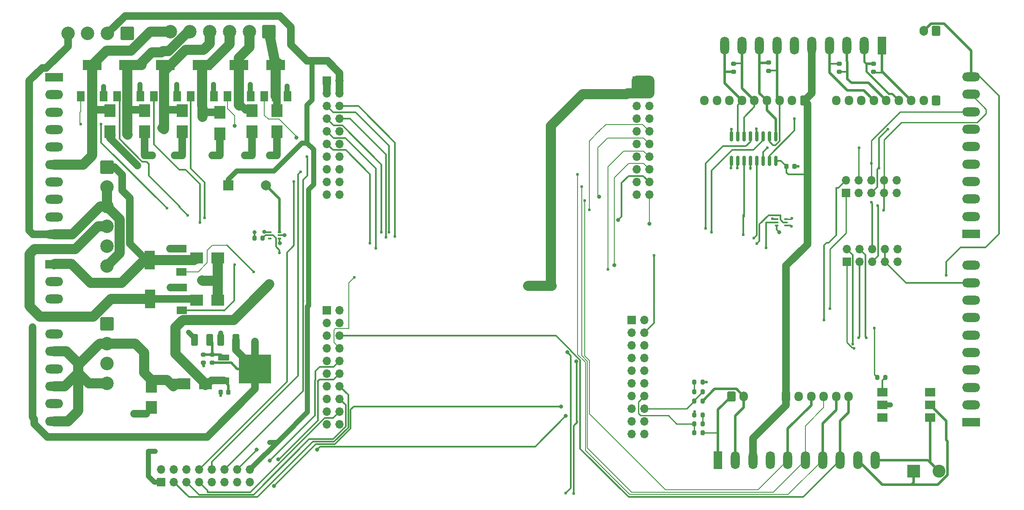
<source format=gbr>
%TF.GenerationSoftware,KiCad,Pcbnew,6.0.8-f2edbf62ab~116~ubuntu20.04.1*%
%TF.CreationDate,2022-12-03T19:21:23+01:00*%
%TF.ProjectId,shield_chm36VA,73686965-6c64-45f6-9368-6d333656412e,rev?*%
%TF.SameCoordinates,Original*%
%TF.FileFunction,Copper,L1,Top*%
%TF.FilePolarity,Positive*%
%FSLAX46Y46*%
G04 Gerber Fmt 4.6, Leading zero omitted, Abs format (unit mm)*
G04 Created by KiCad (PCBNEW 6.0.8-f2edbf62ab~116~ubuntu20.04.1) date 2022-12-03 19:21:23*
%MOMM*%
%LPD*%
G01*
G04 APERTURE LIST*
G04 Aperture macros list*
%AMRoundRect*
0 Rectangle with rounded corners*
0 $1 Rounding radius*
0 $2 $3 $4 $5 $6 $7 $8 $9 X,Y pos of 4 corners*
0 Add a 4 corners polygon primitive as box body*
4,1,4,$2,$3,$4,$5,$6,$7,$8,$9,$2,$3,0*
0 Add four circle primitives for the rounded corners*
1,1,$1+$1,$2,$3*
1,1,$1+$1,$4,$5*
1,1,$1+$1,$6,$7*
1,1,$1+$1,$8,$9*
0 Add four rect primitives between the rounded corners*
20,1,$1+$1,$2,$3,$4,$5,0*
20,1,$1+$1,$4,$5,$6,$7,0*
20,1,$1+$1,$6,$7,$8,$9,0*
20,1,$1+$1,$8,$9,$2,$3,0*%
G04 Aperture macros list end*
%TA.AperFunction,ComponentPad*%
%ADD10R,2.000000X2.000000*%
%TD*%
%TA.AperFunction,ComponentPad*%
%ADD11C,2.000000*%
%TD*%
%TA.AperFunction,SMDPad,CuDef*%
%ADD12R,2.500000X2.300000*%
%TD*%
%TA.AperFunction,SMDPad,CuDef*%
%ADD13RoundRect,0.200000X0.200000X0.275000X-0.200000X0.275000X-0.200000X-0.275000X0.200000X-0.275000X0*%
%TD*%
%TA.AperFunction,SMDPad,CuDef*%
%ADD14R,2.200000X1.200000*%
%TD*%
%TA.AperFunction,SMDPad,CuDef*%
%ADD15R,6.400000X5.800000*%
%TD*%
%TA.AperFunction,ComponentPad*%
%ADD16R,1.700000X1.700000*%
%TD*%
%TA.AperFunction,ComponentPad*%
%ADD17O,1.700000X1.700000*%
%TD*%
%TA.AperFunction,ComponentPad*%
%ADD18RoundRect,0.250000X0.600000X0.750000X-0.600000X0.750000X-0.600000X-0.750000X0.600000X-0.750000X0*%
%TD*%
%TA.AperFunction,ComponentPad*%
%ADD19O,1.700000X2.000000*%
%TD*%
%TA.AperFunction,ComponentPad*%
%ADD20RoundRect,0.250000X-0.600000X-0.750000X0.600000X-0.750000X0.600000X0.750000X-0.600000X0.750000X0*%
%TD*%
%TA.AperFunction,ComponentPad*%
%ADD21R,3.600000X1.800000*%
%TD*%
%TA.AperFunction,ComponentPad*%
%ADD22O,3.600000X1.800000*%
%TD*%
%TA.AperFunction,SMDPad,CuDef*%
%ADD23RoundRect,0.200000X0.275000X-0.200000X0.275000X0.200000X-0.275000X0.200000X-0.275000X-0.200000X0*%
%TD*%
%TA.AperFunction,SMDPad,CuDef*%
%ADD24RoundRect,0.250000X0.412500X0.925000X-0.412500X0.925000X-0.412500X-0.925000X0.412500X-0.925000X0*%
%TD*%
%TA.AperFunction,SMDPad,CuDef*%
%ADD25R,0.650000X0.400000*%
%TD*%
%TA.AperFunction,SMDPad,CuDef*%
%ADD26RoundRect,0.150000X-0.150000X0.825000X-0.150000X-0.825000X0.150000X-0.825000X0.150000X0.825000X0*%
%TD*%
%TA.AperFunction,SMDPad,CuDef*%
%ADD27R,2.300000X2.500000*%
%TD*%
%TA.AperFunction,SMDPad,CuDef*%
%ADD28RoundRect,0.200000X-0.200000X-0.275000X0.200000X-0.275000X0.200000X0.275000X-0.200000X0.275000X0*%
%TD*%
%TA.AperFunction,ComponentPad*%
%ADD29RoundRect,0.250001X-1.099999X1.099999X-1.099999X-1.099999X1.099999X-1.099999X1.099999X1.099999X0*%
%TD*%
%TA.AperFunction,ComponentPad*%
%ADD30C,2.700000*%
%TD*%
%TA.AperFunction,ComponentPad*%
%ADD31R,1.800000X3.600000*%
%TD*%
%TA.AperFunction,ComponentPad*%
%ADD32O,1.800000X3.600000*%
%TD*%
%TA.AperFunction,SMDPad,CuDef*%
%ADD33RoundRect,0.225000X-0.225000X-0.250000X0.225000X-0.250000X0.225000X0.250000X-0.225000X0.250000X0*%
%TD*%
%TA.AperFunction,SMDPad,CuDef*%
%ADD34R,1.500000X2.000000*%
%TD*%
%TA.AperFunction,SMDPad,CuDef*%
%ADD35R,3.800000X2.000000*%
%TD*%
%TA.AperFunction,ComponentPad*%
%ADD36RoundRect,0.250000X0.600000X0.725000X-0.600000X0.725000X-0.600000X-0.725000X0.600000X-0.725000X0*%
%TD*%
%TA.AperFunction,ComponentPad*%
%ADD37O,1.700000X1.950000*%
%TD*%
%TA.AperFunction,SMDPad,CuDef*%
%ADD38R,2.000000X1.780000*%
%TD*%
%TA.AperFunction,ComponentPad*%
%ADD39RoundRect,0.250001X1.099999X1.099999X-1.099999X1.099999X-1.099999X-1.099999X1.099999X-1.099999X0*%
%TD*%
%TA.AperFunction,ComponentPad*%
%ADD40RoundRect,0.250000X-0.600000X-0.725000X0.600000X-0.725000X0.600000X0.725000X-0.600000X0.725000X0*%
%TD*%
%TA.AperFunction,SMDPad,CuDef*%
%ADD41R,2.000000X1.500000*%
%TD*%
%TA.AperFunction,SMDPad,CuDef*%
%ADD42R,2.000000X3.800000*%
%TD*%
%TA.AperFunction,SMDPad,CuDef*%
%ADD43RoundRect,0.200000X-0.275000X0.200000X-0.275000X-0.200000X0.275000X-0.200000X0.275000X0.200000X0*%
%TD*%
%TA.AperFunction,ComponentPad*%
%ADD44R,2.600000X2.600000*%
%TD*%
%TA.AperFunction,ComponentPad*%
%ADD45C,2.600000*%
%TD*%
%TA.AperFunction,SMDPad,CuDef*%
%ADD46RoundRect,0.225000X0.225000X0.250000X-0.225000X0.250000X-0.225000X-0.250000X0.225000X-0.250000X0*%
%TD*%
%TA.AperFunction,ViaPad*%
%ADD47C,0.800000*%
%TD*%
%TA.AperFunction,ViaPad*%
%ADD48C,0.600000*%
%TD*%
%TA.AperFunction,Conductor*%
%ADD49C,0.300000*%
%TD*%
%TA.AperFunction,Conductor*%
%ADD50C,1.500000*%
%TD*%
%TA.AperFunction,Conductor*%
%ADD51C,2.000000*%
%TD*%
%TA.AperFunction,Conductor*%
%ADD52C,0.200000*%
%TD*%
%TA.AperFunction,Conductor*%
%ADD53C,1.000000*%
%TD*%
%TA.AperFunction,Conductor*%
%ADD54C,0.250000*%
%TD*%
%TA.AperFunction,Conductor*%
%ADD55C,0.500000*%
%TD*%
%TA.AperFunction,Conductor*%
%ADD56C,0.400000*%
%TD*%
G04 APERTURE END LIST*
D10*
X86200000Y-80000000D03*
D11*
X93800000Y-80000000D03*
D12*
X84150000Y-94500000D03*
X79850000Y-94500000D03*
X81650000Y-119800000D03*
X77350000Y-119800000D03*
D13*
X217825000Y-118500000D03*
X216175000Y-118500000D03*
D14*
X85275000Y-114495000D03*
D15*
X91575000Y-116775000D03*
D14*
X85275000Y-119055000D03*
D16*
X209920000Y-81540000D03*
D17*
X209920000Y-79000000D03*
X212460000Y-81540000D03*
X212460000Y-79000000D03*
X215000000Y-81540000D03*
X215000000Y-79000000D03*
X217540000Y-81540000D03*
X217540000Y-79000000D03*
X220080000Y-81540000D03*
X220080000Y-79000000D03*
D16*
X210120000Y-95275000D03*
D17*
X210120000Y-92735000D03*
X212660000Y-95275000D03*
X212660000Y-92735000D03*
X215200000Y-95275000D03*
X215200000Y-92735000D03*
X217740000Y-95275000D03*
X217740000Y-92735000D03*
X220280000Y-95275000D03*
X220280000Y-92735000D03*
D18*
X228000000Y-49000000D03*
D19*
X225500000Y-49000000D03*
D20*
X186950000Y-122275000D03*
D19*
X189450000Y-122275000D03*
D21*
X235000000Y-127500000D03*
D22*
X235000000Y-124000000D03*
X235000000Y-120500000D03*
X235000000Y-117000000D03*
X235000000Y-113500000D03*
X235000000Y-110000000D03*
X235000000Y-106500000D03*
X235000000Y-103000000D03*
X235000000Y-99500000D03*
X235000000Y-96000000D03*
D23*
X81250000Y-115575000D03*
X81250000Y-113925000D03*
D24*
X82537500Y-111000000D03*
X79462500Y-111000000D03*
D25*
X196050000Y-86750000D03*
X196050000Y-87400000D03*
X196050000Y-88050000D03*
X197950000Y-88050000D03*
X197950000Y-87400000D03*
X197950000Y-86750000D03*
D26*
X195845000Y-70125000D03*
X194575000Y-70125000D03*
X193305000Y-70125000D03*
X192035000Y-70125000D03*
X190765000Y-70125000D03*
X189495000Y-70125000D03*
X188225000Y-70125000D03*
X186955000Y-70125000D03*
X186955000Y-75075000D03*
X188225000Y-75075000D03*
X189495000Y-75075000D03*
X190765000Y-75075000D03*
X192035000Y-75075000D03*
X193305000Y-75075000D03*
X194575000Y-75075000D03*
X195845000Y-75075000D03*
D27*
X69500000Y-69250000D03*
X69500000Y-64950000D03*
D28*
X179575000Y-121400000D03*
X181225000Y-121400000D03*
X179575000Y-129600000D03*
X181225000Y-129600000D03*
D16*
X168000000Y-59000000D03*
D17*
X170540000Y-59000000D03*
X168000000Y-61540000D03*
X170540000Y-61540000D03*
X168000000Y-64080000D03*
X170540000Y-64080000D03*
X168000000Y-66620000D03*
X170540000Y-66620000D03*
X168000000Y-69160000D03*
X170540000Y-69160000D03*
X168000000Y-71700000D03*
X170540000Y-71700000D03*
X168000000Y-74240000D03*
X170540000Y-74240000D03*
X168000000Y-76780000D03*
X170540000Y-76780000D03*
X168000000Y-79320000D03*
X170540000Y-79320000D03*
X168000000Y-81860000D03*
X170540000Y-81860000D03*
D29*
X61950000Y-76322500D03*
D30*
X61950000Y-80282500D03*
X61950000Y-84242500D03*
X61950000Y-88202500D03*
X61950000Y-92162500D03*
X61950000Y-96122500D03*
D16*
X72800000Y-139500000D03*
D17*
X72800000Y-136960000D03*
X75340000Y-139500000D03*
X75340000Y-136960000D03*
X77880000Y-139500000D03*
X77880000Y-136960000D03*
X80420000Y-139500000D03*
X80420000Y-136960000D03*
X82960000Y-139500000D03*
X82960000Y-136960000D03*
X85500000Y-139500000D03*
X85500000Y-136960000D03*
X88040000Y-139500000D03*
X88040000Y-136960000D03*
X90580000Y-139500000D03*
X90580000Y-136960000D03*
D16*
X106000000Y-59000000D03*
D17*
X108540000Y-59000000D03*
X106000000Y-61540000D03*
X108540000Y-61540000D03*
X106000000Y-64080000D03*
X108540000Y-64080000D03*
X106000000Y-66620000D03*
X108540000Y-66620000D03*
X106000000Y-69160000D03*
X108540000Y-69160000D03*
X106000000Y-71700000D03*
X108540000Y-71700000D03*
X106000000Y-74240000D03*
X108540000Y-74240000D03*
X106000000Y-76780000D03*
X108540000Y-76780000D03*
X106000000Y-79320000D03*
X108540000Y-79320000D03*
X106000000Y-81860000D03*
X108540000Y-81860000D03*
D31*
X184290000Y-135067500D03*
D32*
X187790000Y-135067500D03*
X191290000Y-135067500D03*
X194790000Y-135067500D03*
X198290000Y-135067500D03*
X201790000Y-135067500D03*
X205290000Y-135067500D03*
X208790000Y-135067500D03*
X212290000Y-135067500D03*
X215790000Y-135067500D03*
D31*
X217110000Y-51932500D03*
D32*
X213610000Y-51932500D03*
X210110000Y-51932500D03*
X206610000Y-51932500D03*
X203110000Y-51932500D03*
X199610000Y-51932500D03*
X196110000Y-51932500D03*
X192610000Y-51932500D03*
X189110000Y-51932500D03*
X185610000Y-51932500D03*
D33*
X198025000Y-76200000D03*
X199575000Y-76200000D03*
D34*
X86092000Y-62150000D03*
X88392000Y-62150000D03*
X90692000Y-62150000D03*
D35*
X88392000Y-55850000D03*
D16*
X106000000Y-105000000D03*
D17*
X108540000Y-105000000D03*
X106000000Y-107540000D03*
X108540000Y-107540000D03*
X106000000Y-110080000D03*
X108540000Y-110080000D03*
X106000000Y-112620000D03*
X108540000Y-112620000D03*
X106000000Y-115160000D03*
X108540000Y-115160000D03*
X106000000Y-117700000D03*
X108540000Y-117700000D03*
X106000000Y-120240000D03*
X108540000Y-120240000D03*
X106000000Y-122780000D03*
X108540000Y-122780000D03*
X106000000Y-125320000D03*
X108540000Y-125320000D03*
X106000000Y-127860000D03*
X108540000Y-127860000D03*
D36*
X228000000Y-63000000D03*
D37*
X225500000Y-63000000D03*
X223000000Y-63000000D03*
X220500000Y-63000000D03*
X218000000Y-63000000D03*
X215500000Y-63000000D03*
X213000000Y-63000000D03*
X210500000Y-63000000D03*
X208000000Y-63000000D03*
D38*
X217235000Y-121460000D03*
X217235000Y-124000000D03*
X217235000Y-126540000D03*
X226765000Y-126540000D03*
X226765000Y-124000000D03*
X226765000Y-121460000D03*
D13*
X181225000Y-119400000D03*
X179575000Y-119400000D03*
D39*
X94400000Y-49200000D03*
D30*
X90440000Y-49200000D03*
X86480000Y-49200000D03*
X82520000Y-49200000D03*
X78560000Y-49200000D03*
X74600000Y-49200000D03*
D36*
X201600000Y-63000000D03*
D37*
X199100000Y-63000000D03*
X196600000Y-63000000D03*
X194100000Y-63000000D03*
X191600000Y-63000000D03*
X189100000Y-63000000D03*
X186600000Y-63000000D03*
X184100000Y-63000000D03*
X181600000Y-63000000D03*
D25*
X94550000Y-89350000D03*
X94550000Y-90000000D03*
X94550000Y-90650000D03*
X96450000Y-90650000D03*
X96450000Y-90000000D03*
X96450000Y-89350000D03*
D40*
X197950000Y-122275000D03*
D37*
X200450000Y-122275000D03*
X202950000Y-122275000D03*
X205450000Y-122275000D03*
X207950000Y-122275000D03*
X210450000Y-122275000D03*
D34*
X63994000Y-62150000D03*
X66294000Y-62150000D03*
X68594000Y-62150000D03*
D35*
X66294000Y-55850000D03*
D28*
X179575000Y-123200000D03*
X181225000Y-123200000D03*
D27*
X62500000Y-69250000D03*
X62500000Y-64950000D03*
D28*
X91475000Y-90600000D03*
X93125000Y-90600000D03*
D34*
X78726000Y-62150000D03*
X81026000Y-62150000D03*
X83326000Y-62150000D03*
D35*
X81026000Y-55850000D03*
D21*
X51332500Y-58290000D03*
D22*
X51332500Y-61790000D03*
X51332500Y-65290000D03*
X51332500Y-68790000D03*
X51332500Y-72290000D03*
X51332500Y-75790000D03*
X51332500Y-79290000D03*
X51332500Y-82790000D03*
X51332500Y-86290000D03*
X51332500Y-89790000D03*
D23*
X187400000Y-57225000D03*
X187400000Y-55575000D03*
D34*
X56700000Y-62150000D03*
X59000000Y-62150000D03*
X61300000Y-62150000D03*
D35*
X59000000Y-55850000D03*
D21*
X51332500Y-95790000D03*
D22*
X51332500Y-99290000D03*
X51332500Y-102790000D03*
X51332500Y-106290000D03*
X51332500Y-109790000D03*
X51332500Y-113290000D03*
X51332500Y-116790000D03*
X51332500Y-120290000D03*
X51332500Y-123790000D03*
X51332500Y-127290000D03*
D41*
X76900000Y-105050000D03*
X76900000Y-102750000D03*
X76900000Y-100450000D03*
D42*
X70600000Y-102750000D03*
D27*
X77000000Y-69250000D03*
X77000000Y-64950000D03*
D43*
X215400000Y-55575000D03*
X215400000Y-57225000D03*
D27*
X91000000Y-69250000D03*
X91000000Y-64950000D03*
D12*
X84150000Y-103000000D03*
X79850000Y-103000000D03*
D27*
X84500000Y-69650000D03*
X84500000Y-65350000D03*
D43*
X83000000Y-113925000D03*
X83000000Y-115575000D03*
D16*
X167000000Y-107000000D03*
D17*
X169540000Y-107000000D03*
X167000000Y-109540000D03*
X169540000Y-109540000D03*
X167000000Y-112080000D03*
X169540000Y-112080000D03*
X167000000Y-114620000D03*
X169540000Y-114620000D03*
X167000000Y-117160000D03*
X169540000Y-117160000D03*
X167000000Y-119700000D03*
X169540000Y-119700000D03*
X167000000Y-122240000D03*
X169540000Y-122240000D03*
X167000000Y-124780000D03*
X169540000Y-124780000D03*
X167000000Y-127320000D03*
X169540000Y-127320000D03*
X167000000Y-129860000D03*
X169540000Y-129860000D03*
D27*
X96000000Y-69250000D03*
X96000000Y-64950000D03*
D13*
X181225000Y-127800000D03*
X179575000Y-127800000D03*
D44*
X223455000Y-137305000D03*
D45*
X228535000Y-137305000D03*
D34*
X93458000Y-62150000D03*
X95758000Y-62150000D03*
X98058000Y-62150000D03*
D35*
X95758000Y-55850000D03*
D27*
X70800000Y-124550000D03*
X70800000Y-120250000D03*
D28*
X179575000Y-126000000D03*
X181225000Y-126000000D03*
D41*
X76800000Y-97300000D03*
X76800000Y-95000000D03*
X76800000Y-92700000D03*
D42*
X70500000Y-95000000D03*
D46*
X86275000Y-121500000D03*
X84725000Y-121500000D03*
D24*
X87787500Y-111000000D03*
X84712500Y-111000000D03*
D21*
X235000000Y-89710000D03*
D22*
X235000000Y-86210000D03*
X235000000Y-82710000D03*
X235000000Y-79210000D03*
X235000000Y-75710000D03*
X235000000Y-72210000D03*
X235000000Y-68710000D03*
X235000000Y-65210000D03*
X235000000Y-61710000D03*
X235000000Y-58210000D03*
D23*
X194400000Y-57025000D03*
X194400000Y-55375000D03*
D34*
X71360000Y-62150000D03*
X73660000Y-62150000D03*
X75960000Y-62150000D03*
D35*
X73660000Y-55850000D03*
D43*
X208600000Y-55575000D03*
X208600000Y-57225000D03*
D39*
X66000000Y-49500000D03*
D30*
X62040000Y-49500000D03*
X58080000Y-49500000D03*
X54120000Y-49500000D03*
D29*
X61950000Y-107782500D03*
D30*
X61950000Y-111742500D03*
X61950000Y-115702500D03*
X61950000Y-119662500D03*
D47*
X84500000Y-74000000D03*
X71000000Y-74000000D03*
X67000000Y-75000000D03*
X91000000Y-74000000D03*
X89500000Y-74000000D03*
X83000000Y-99150000D03*
X68000000Y-76000000D03*
X84500000Y-99000000D03*
X94500000Y-74000000D03*
X81150000Y-99150000D03*
X69500000Y-74000000D03*
X96000000Y-74000000D03*
X77000000Y-74000000D03*
X83000000Y-74000000D03*
X75500000Y-74000000D03*
D48*
X68475000Y-125700000D03*
X98044000Y-60050000D03*
X75946000Y-60572000D03*
X190800000Y-76500000D03*
X195200000Y-86649500D03*
X75550000Y-92650000D03*
X61300000Y-61000000D03*
X187000000Y-68700000D03*
X68580000Y-59772000D03*
X182000000Y-119400000D03*
X83312000Y-59772000D03*
X75946000Y-59772000D03*
X218800000Y-124000000D03*
X200400000Y-76200000D03*
X67375000Y-125800000D03*
X68580000Y-60572000D03*
D47*
X97500000Y-90000000D03*
D48*
X81300000Y-116200000D03*
X179600000Y-125400000D03*
X61300000Y-60200000D03*
X98044000Y-60850000D03*
X74650000Y-100499500D03*
X84700000Y-109600000D03*
X75650000Y-100499500D03*
X84700000Y-122100000D03*
X90678000Y-59772000D03*
D47*
X96524500Y-91600000D03*
X93461833Y-89298221D03*
D48*
X192000000Y-68600000D03*
X74550000Y-92700000D03*
X83312000Y-60572000D03*
X78300000Y-109400000D03*
X78900000Y-110000000D03*
X199000000Y-88200000D03*
D47*
X91500000Y-89400000D03*
D48*
X90678000Y-60572000D03*
X94500000Y-131520000D03*
X71500000Y-133300000D03*
D47*
X197950000Y-97000000D03*
D48*
X96020000Y-131520000D03*
X203000000Y-56200000D03*
D47*
X101000000Y-71500000D03*
D48*
X70300000Y-133300000D03*
D47*
X102000000Y-71500000D03*
X197950000Y-98050000D03*
X47000000Y-108600000D03*
X47000000Y-110000000D03*
D48*
X95358000Y-58200000D03*
X96358000Y-58200000D03*
X88900000Y-64262000D03*
X88000000Y-64212000D03*
X80772000Y-66548000D03*
X81534000Y-66548000D03*
X73550000Y-68750000D03*
X72600000Y-68750000D03*
X66650000Y-70050000D03*
X65650000Y-70050000D03*
X206706499Y-104706499D03*
X157600000Y-83000000D03*
X157000000Y-80200000D03*
X156200000Y-77800000D03*
X188200000Y-76500000D03*
X186900000Y-76500000D03*
X194152319Y-72450999D03*
X199600000Y-66600000D03*
X230000000Y-98000000D03*
X111500000Y-98400000D03*
X216500000Y-76500000D03*
X218290000Y-68710000D03*
X215000000Y-83389500D03*
X212600000Y-72400000D03*
X216300000Y-84000000D03*
X215000000Y-75600000D03*
X217500000Y-85000000D03*
X199136000Y-86614000D03*
X212500000Y-110500000D03*
X205500000Y-107000000D03*
X211500000Y-112649500D03*
X211275500Y-111775500D03*
D47*
X196596000Y-89408000D03*
D48*
X214000000Y-110500000D03*
D47*
X154100000Y-113400000D03*
D48*
X153800000Y-141700000D03*
X183000000Y-89400000D03*
X118449500Y-89405681D03*
X119600000Y-90200000D03*
X189400000Y-89900000D03*
X181800000Y-88600000D03*
X116911755Y-89371669D03*
X117800000Y-90400000D03*
X191500000Y-90600000D03*
X115800000Y-92600000D03*
X193900000Y-92500000D03*
D47*
X87500000Y-68000000D03*
D48*
X114600000Y-91600000D03*
X192041218Y-91703046D03*
D47*
X99907077Y-70400500D03*
X155900000Y-115300000D03*
D48*
X155400000Y-141800000D03*
D47*
X95400000Y-140300000D03*
X152900000Y-124300000D03*
X104000000Y-133000000D03*
X153800000Y-126200000D03*
X91900000Y-133000000D03*
D48*
X102000000Y-74200000D03*
X100700000Y-77300000D03*
X99400000Y-79200000D03*
D47*
X94500000Y-135200000D03*
X96201494Y-134901494D03*
D48*
X158550000Y-84850000D03*
X78100000Y-86000000D03*
D47*
X160528000Y-82296000D03*
D48*
X73950000Y-84550000D03*
X60786592Y-67695124D03*
X56700000Y-67700000D03*
X162250000Y-96800000D03*
X91300000Y-97300000D03*
D47*
X163550000Y-95986000D03*
D48*
X87500000Y-95900000D03*
D47*
X164300000Y-86900000D03*
D48*
X81500000Y-86500000D03*
X80600000Y-87400000D03*
D47*
X170600000Y-87700000D03*
D48*
X215600000Y-108600000D03*
X171500000Y-94000000D03*
X96500000Y-93500000D03*
D47*
X148000000Y-100100000D03*
X150900000Y-100100000D03*
X91900000Y-102400000D03*
X146300000Y-100100000D03*
X149500000Y-100100000D03*
X90955000Y-103355000D03*
X92900000Y-101300000D03*
X94100000Y-100200000D03*
D49*
X215200000Y-83589500D02*
X215000000Y-83389500D01*
X215200000Y-92735000D02*
X215200000Y-83589500D01*
D50*
X106100000Y-55000000D02*
X107600000Y-56500000D01*
X107600000Y-56500000D02*
X108540000Y-57440000D01*
X108540000Y-57440000D02*
X108540000Y-61540000D01*
X61950000Y-76322500D02*
X63422500Y-76322500D01*
X66550000Y-91700000D02*
X69850000Y-95000000D01*
D51*
X51422500Y-95700000D02*
X51332500Y-95790000D01*
X69400000Y-95000000D02*
X64900000Y-99500000D01*
X76800000Y-95000000D02*
X79350000Y-95000000D01*
X54800000Y-95700000D02*
X51422500Y-95700000D01*
X64900000Y-99500000D02*
X58600000Y-99500000D01*
X70500000Y-95000000D02*
X69400000Y-95000000D01*
D50*
X65000000Y-77900000D02*
X65000000Y-81000000D01*
D51*
X79350000Y-95000000D02*
X79850000Y-94500000D01*
D50*
X65000000Y-81000000D02*
X66550000Y-82550000D01*
D51*
X70500000Y-95000000D02*
X76800000Y-95000000D01*
D50*
X63422500Y-76322500D02*
X65000000Y-77900000D01*
D51*
X58600000Y-99500000D02*
X54800000Y-95700000D01*
D50*
X66550000Y-82550000D02*
X66550000Y-91700000D01*
X69850000Y-95000000D02*
X70500000Y-95000000D01*
X77000000Y-74000000D02*
X75500000Y-74000000D01*
X62500000Y-69150000D02*
X62500000Y-70500000D01*
D51*
X61950000Y-80282500D02*
X61950000Y-84242500D01*
X84150000Y-99150000D02*
X81150000Y-99150000D01*
X60557500Y-84242500D02*
X55010000Y-89790000D01*
X64500000Y-93572500D02*
X61950000Y-96122500D01*
D50*
X91000000Y-69150000D02*
X91000000Y-74000000D01*
D51*
X56200000Y-117600000D02*
X58262500Y-119662500D01*
X53510000Y-120290000D02*
X51332500Y-120290000D01*
X69350000Y-113500000D02*
X69350000Y-117550000D01*
D50*
X84500000Y-74000000D02*
X83000000Y-74000000D01*
X96000000Y-74000000D02*
X94500000Y-74000000D01*
D51*
X61950000Y-84242500D02*
X60557500Y-84242500D01*
X60457500Y-111742500D02*
X56200000Y-116000000D01*
X56200000Y-117600000D02*
X53510000Y-120290000D01*
D50*
X47090000Y-89790000D02*
X51332500Y-89790000D01*
D51*
X84150000Y-94500000D02*
X84150000Y-99150000D01*
X67592500Y-111742500D02*
X69350000Y-113500000D01*
X58262500Y-119662500D02*
X61950000Y-119662500D01*
X61950000Y-111742500D02*
X64542500Y-111742500D01*
X56200000Y-115700000D02*
X53790000Y-113290000D01*
D50*
X54120000Y-49500000D02*
X54120000Y-52080000D01*
X69500000Y-74000000D02*
X71000000Y-74000000D01*
D51*
X75250000Y-119800000D02*
X77350000Y-119800000D01*
D50*
X48950000Y-56400000D02*
X46350000Y-59000000D01*
X46350000Y-89050000D02*
X47090000Y-89790000D01*
X96000000Y-69150000D02*
X96000000Y-74000000D01*
X77000000Y-69150000D02*
X77000000Y-74000000D01*
X69500000Y-69150000D02*
X69500000Y-74000000D01*
D51*
X56200000Y-125200000D02*
X54110000Y-127290000D01*
D50*
X91000000Y-74000000D02*
X89500000Y-74000000D01*
D51*
X64542500Y-111742500D02*
X67592500Y-111742500D01*
D50*
X46350000Y-59000000D02*
X46350000Y-89050000D01*
D51*
X74000000Y-119000000D02*
X75250000Y-120250000D01*
X81000000Y-99000000D02*
X81150000Y-99150000D01*
X54110000Y-127290000D02*
X51332500Y-127290000D01*
D50*
X62500000Y-70500000D02*
X68000000Y-76000000D01*
D51*
X56200000Y-116000000D02*
X56200000Y-117600000D01*
X61950000Y-84242500D02*
X64500000Y-86792500D01*
X56200000Y-117600000D02*
X56200000Y-125200000D01*
D52*
X63700000Y-69800000D02*
X63625000Y-69875000D01*
D51*
X64542500Y-111742500D02*
X60457500Y-111742500D01*
X55010000Y-89790000D02*
X51332500Y-89790000D01*
X84150000Y-99150000D02*
X84150000Y-103000000D01*
D50*
X84500000Y-69650000D02*
X84500000Y-74000000D01*
X49719000Y-56400000D02*
X48950000Y-56400000D01*
D51*
X69350000Y-117550000D02*
X70800000Y-119000000D01*
X56200000Y-116000000D02*
X56200000Y-115700000D01*
X53790000Y-113290000D02*
X51332500Y-113290000D01*
X64500000Y-86792500D02*
X64500000Y-93572500D01*
D50*
X49759500Y-56440500D02*
X49719000Y-56400000D01*
X54120000Y-52080000D02*
X49759500Y-56440500D01*
D51*
X70800000Y-119000000D02*
X74000000Y-119000000D01*
X70600000Y-102750000D02*
X62731891Y-102750000D01*
X55710000Y-106290000D02*
X51332500Y-106290000D01*
X46400000Y-104200000D02*
X46400000Y-93800000D01*
D50*
X79600000Y-102750000D02*
X79850000Y-103000000D01*
D51*
X47400000Y-92800000D02*
X55600000Y-92800000D01*
X46400000Y-93800000D02*
X47400000Y-92800000D01*
X60200000Y-88200000D02*
X61947500Y-88200000D01*
X55710000Y-106290000D02*
X48490000Y-106290000D01*
X55600000Y-92800000D02*
X60200000Y-88200000D01*
D50*
X76900000Y-102750000D02*
X70600000Y-102750000D01*
D51*
X59191891Y-106290000D02*
X55710000Y-106290000D01*
X48490000Y-106290000D02*
X46400000Y-104200000D01*
X61947500Y-88200000D02*
X61950000Y-88202500D01*
X62731891Y-102750000D02*
X59191891Y-106290000D01*
D50*
X76900000Y-102750000D02*
X79600000Y-102750000D01*
D49*
X198850000Y-88050000D02*
X199000000Y-88200000D01*
D53*
X98044000Y-60050000D02*
X98044000Y-62000000D01*
X75946000Y-59772000D02*
X75946000Y-61722000D01*
X79462500Y-110662500D02*
X79462500Y-111000000D01*
X84712500Y-109612500D02*
X84700000Y-109600000D01*
D50*
X74699500Y-100450000D02*
X74650000Y-100499500D01*
X67375000Y-125800000D02*
X69825000Y-125800000D01*
D49*
X91475000Y-89425000D02*
X91500000Y-89400000D01*
D54*
X181225000Y-119400000D02*
X182000000Y-119400000D01*
D53*
X61300000Y-60200000D02*
X61300000Y-62150000D01*
D49*
X96450000Y-91525500D02*
X96524500Y-91600000D01*
X196050000Y-86750000D02*
X195300500Y-86750000D01*
X93513612Y-89350000D02*
X93461833Y-89298221D01*
D55*
X81250000Y-115575000D02*
X81250000Y-116150000D01*
D50*
X76900000Y-100450000D02*
X74699500Y-100450000D01*
D53*
X83312000Y-59772000D02*
X83312000Y-61722000D01*
D49*
X197950000Y-88050000D02*
X198850000Y-88050000D01*
D53*
X84712500Y-111000000D02*
X84712500Y-109612500D01*
X68580000Y-59772000D02*
X68580000Y-61722000D01*
D55*
X84700000Y-122100000D02*
X84725000Y-121500000D01*
D49*
X192035000Y-70125000D02*
X192035000Y-69050000D01*
X190765000Y-76150000D02*
X190765000Y-74835000D01*
D53*
X90678000Y-59772000D02*
X90678000Y-61722000D01*
D49*
X96450000Y-90000000D02*
X97500000Y-90000000D01*
X190765000Y-74835000D02*
X190800000Y-74800000D01*
X200375000Y-76175000D02*
X200400000Y-76200000D01*
D53*
X78300000Y-109400000D02*
X79462500Y-110662500D01*
D49*
X96450000Y-90650000D02*
X96450000Y-91525500D01*
X187000000Y-68700000D02*
X186955000Y-69050000D01*
X192000000Y-68600000D02*
X192035000Y-70125000D01*
D53*
X217235000Y-124000000D02*
X218800000Y-124000000D01*
D49*
X199600000Y-76175000D02*
X200375000Y-76175000D01*
X94550000Y-89350000D02*
X93513612Y-89350000D01*
X190800000Y-76500000D02*
X190765000Y-76735000D01*
D55*
X81250000Y-116150000D02*
X81300000Y-116200000D01*
D49*
X91475000Y-90600000D02*
X91475000Y-89425000D01*
X190765000Y-76735000D02*
X190765000Y-75075000D01*
D50*
X76800000Y-92700000D02*
X74550000Y-92700000D01*
D49*
X195300500Y-86750000D02*
X195200000Y-86649500D01*
D54*
X179600000Y-125400000D02*
X179575000Y-126000000D01*
D53*
X72800000Y-139500000D02*
X71400000Y-139500000D01*
X102300000Y-104100000D02*
X102300000Y-80800000D01*
X103000000Y-61000000D02*
X103000000Y-60000000D01*
X70200000Y-133300000D02*
X71600000Y-133300000D01*
D50*
X98800000Y-51800000D02*
X98800000Y-48254000D01*
D49*
X195845000Y-75075000D02*
X196900000Y-75075000D01*
D53*
X96020000Y-131520000D02*
X94500000Y-131520000D01*
X102000000Y-71500000D02*
X101000000Y-71500000D01*
D50*
X202200000Y-77800000D02*
X202200000Y-63600000D01*
D53*
X103000000Y-62900000D02*
X102000000Y-63900000D01*
D49*
X198025000Y-76200000D02*
X198025000Y-77425000D01*
D53*
X101000000Y-71500000D02*
X95400000Y-77100000D01*
X103300000Y-72800000D02*
X102000000Y-71500000D01*
D50*
X65540000Y-46000000D02*
X62040000Y-49500000D01*
X108540000Y-57440000D02*
X108540000Y-59000000D01*
D49*
X198400000Y-77800000D02*
X202200000Y-77800000D01*
D53*
X102100000Y-125440000D02*
X102100000Y-104300000D01*
X90580000Y-136960000D02*
X96970000Y-130570000D01*
D50*
X103000000Y-55000000D02*
X106100000Y-55000000D01*
D53*
X103300000Y-79800000D02*
X103300000Y-72800000D01*
X102000000Y-63900000D02*
X102000000Y-71500000D01*
D50*
X203110000Y-51932500D02*
X203110000Y-54700000D01*
D53*
X86200000Y-78800000D02*
X86200000Y-80000000D01*
D50*
X197950000Y-124050000D02*
X197950000Y-122275000D01*
X96546000Y-46000000D02*
X65540000Y-46000000D01*
D53*
X96970000Y-130570000D02*
X96020000Y-131520000D01*
D50*
X96546000Y-46000000D02*
X98800000Y-48254000D01*
X203110000Y-61490000D02*
X201600000Y-63000000D01*
D53*
X95400000Y-77100000D02*
X87900000Y-77100000D01*
D50*
X202200000Y-91800000D02*
X202200000Y-77800000D01*
X102000000Y-55000000D02*
X103000000Y-55000000D01*
X197950000Y-96050000D02*
X202200000Y-91800000D01*
X98800000Y-51800000D02*
X102000000Y-55000000D01*
D49*
X198025000Y-77425000D02*
X198400000Y-77800000D01*
D50*
X191290000Y-135067500D02*
X191290000Y-130710000D01*
X203110000Y-56090000D02*
X203110000Y-61490000D01*
D53*
X96970000Y-130570000D02*
X102100000Y-125440000D01*
D50*
X202200000Y-63600000D02*
X201600000Y-63000000D01*
D53*
X71400000Y-139500000D02*
X70200000Y-138300000D01*
X87900000Y-77100000D02*
X86200000Y-78800000D01*
X103000000Y-60000000D02*
X103000000Y-55000000D01*
X103000000Y-60000000D02*
X103000000Y-62900000D01*
D50*
X203110000Y-54700000D02*
X203110000Y-56090000D01*
D49*
X196900000Y-75075000D02*
X198025000Y-76200000D01*
D50*
X197950000Y-122275000D02*
X197950000Y-96050000D01*
X191290000Y-130710000D02*
X197800000Y-124200000D01*
D53*
X70200000Y-138300000D02*
X70200000Y-133300000D01*
D55*
X197950000Y-124050000D02*
X197800000Y-124200000D01*
D53*
X102100000Y-104300000D02*
X102300000Y-104100000D01*
X102300000Y-80800000D02*
X103300000Y-79800000D01*
D49*
X196110000Y-56910000D02*
X194515000Y-56910000D01*
X196600000Y-63000000D02*
X196600000Y-71052107D01*
X194515000Y-56910000D02*
X194400000Y-57025000D01*
X196600000Y-71052107D02*
X195752107Y-71900000D01*
X194575000Y-71175000D02*
X194575000Y-70125000D01*
D55*
X196110000Y-56910000D02*
X196110000Y-62510000D01*
X196110000Y-51932500D02*
X196110000Y-56910000D01*
D49*
X195995000Y-57025000D02*
X196110000Y-56910000D01*
X195300000Y-71900000D02*
X194575000Y-71175000D01*
X195752107Y-71900000D02*
X195300000Y-71900000D01*
D55*
X196110000Y-62510000D02*
X196600000Y-63000000D01*
X194385000Y-55390000D02*
X194400000Y-55375000D01*
X195845000Y-66645000D02*
X195845000Y-69050000D01*
X194100000Y-63000000D02*
X194100000Y-64900000D01*
X192610000Y-61510000D02*
X194100000Y-63000000D01*
X192610000Y-51932500D02*
X192610000Y-55390000D01*
X194100000Y-64900000D02*
X195845000Y-66645000D01*
X192610000Y-55390000D02*
X192610000Y-61510000D01*
X192610000Y-55390000D02*
X194385000Y-55390000D01*
D49*
X189495000Y-69050000D02*
X189495000Y-66305000D01*
D55*
X189110000Y-55490000D02*
X189110000Y-60510000D01*
D49*
X189110000Y-55490000D02*
X187485000Y-55490000D01*
X191600000Y-64200000D02*
X191600000Y-63000000D01*
X189025000Y-55575000D02*
X189110000Y-55490000D01*
X187485000Y-55490000D02*
X187400000Y-55575000D01*
D55*
X189110000Y-51932500D02*
X189110000Y-55490000D01*
D49*
X189495000Y-66305000D02*
X191600000Y-64200000D01*
D55*
X189110000Y-60510000D02*
X191600000Y-63000000D01*
X185610000Y-51932500D02*
X185610000Y-57210000D01*
D49*
X188225000Y-69050000D02*
X188225000Y-63875000D01*
D55*
X185610000Y-57210000D02*
X185610000Y-59510000D01*
D49*
X188225000Y-63875000D02*
X189100000Y-63000000D01*
D55*
X185610000Y-59510000D02*
X189100000Y-63000000D01*
X187385000Y-57210000D02*
X187400000Y-57225000D01*
X185610000Y-57210000D02*
X187385000Y-57210000D01*
D50*
X47000000Y-126473795D02*
X47400000Y-126873795D01*
X47000000Y-111400000D02*
X47000000Y-126473795D01*
X47000000Y-110000000D02*
X47000000Y-111400000D01*
X87787500Y-112987500D02*
X91575000Y-116775000D01*
X82000000Y-130400000D02*
X91575000Y-120825000D01*
X87787500Y-111000000D02*
X87787500Y-112987500D01*
X47000000Y-111400000D02*
X47000000Y-108400000D01*
D55*
X83000000Y-115575000D02*
X86795000Y-115575000D01*
X86795000Y-115575000D02*
X87995000Y-116775000D01*
D50*
X50000000Y-130400000D02*
X82000000Y-130400000D01*
X91575000Y-120825000D02*
X91575000Y-116775000D01*
X91575000Y-111275000D02*
X91575000Y-116775000D01*
X47400000Y-127800000D02*
X50000000Y-130400000D01*
D55*
X87995000Y-116775000D02*
X91575000Y-116775000D01*
D50*
X47400000Y-126873795D02*
X47400000Y-127800000D01*
X96000000Y-64850000D02*
X96000000Y-62392000D01*
D51*
X95758000Y-58250000D02*
X95758000Y-55850000D01*
D50*
X96000000Y-62392000D02*
X95758000Y-62150000D01*
D51*
X96158000Y-55450000D02*
X95758000Y-55850000D01*
X94400000Y-49200000D02*
X95758000Y-55850000D01*
X95758000Y-62150000D02*
X95758000Y-58250000D01*
D50*
X88392000Y-62150000D02*
X88392000Y-63500000D01*
D51*
X90440000Y-52308000D02*
X90440000Y-49200000D01*
D50*
X88392000Y-63500000D02*
X89742000Y-64850000D01*
D51*
X88350000Y-54398000D02*
X90440000Y-52308000D01*
X88350000Y-63912000D02*
X88350000Y-54398000D01*
D50*
X89742000Y-64850000D02*
X91000000Y-64850000D01*
D51*
X88400000Y-63962000D02*
X88350000Y-63912000D01*
X86480000Y-51696000D02*
X82326000Y-55850000D01*
X81017639Y-63491639D02*
X81035177Y-64964823D01*
D50*
X81420354Y-65350000D02*
X81035177Y-64964823D01*
D51*
X81026000Y-63483278D02*
X81026000Y-55850000D01*
D50*
X83500000Y-65350000D02*
X81420354Y-65350000D01*
D51*
X86480000Y-49200000D02*
X86480000Y-51696000D01*
X81017639Y-63491639D02*
X81026000Y-63483278D01*
X81035177Y-64964823D02*
X81051000Y-66294000D01*
X82326000Y-55850000D02*
X81026000Y-55850000D01*
X81001000Y-62094000D02*
X81017639Y-63491639D01*
D50*
X77000000Y-64850000D02*
X73662000Y-64850000D01*
D51*
X77724000Y-52832000D02*
X81280000Y-52832000D01*
X73406000Y-58420000D02*
X73406000Y-57150000D01*
X73406000Y-58420000D02*
X73406000Y-61824000D01*
X73406000Y-57150000D02*
X77724000Y-52832000D01*
X73406000Y-62382000D02*
X73406000Y-64594000D01*
X73000000Y-68450000D02*
X73100000Y-68550000D01*
X81280000Y-52832000D02*
X82520000Y-51592000D01*
X73406000Y-64594000D02*
X73406000Y-68682000D01*
X82520000Y-51592000D02*
X82520000Y-49200000D01*
D50*
X73662000Y-64850000D02*
X73406000Y-64594000D01*
X69500000Y-64850000D02*
X66430000Y-64850000D01*
D51*
X78205554Y-49200000D02*
X78560000Y-49200000D01*
D50*
X66430000Y-64850000D02*
X66040000Y-64460000D01*
D51*
X78206245Y-49200000D02*
X74320245Y-53086000D01*
X66000000Y-55850000D02*
X66000000Y-62150000D01*
X72898000Y-53340000D02*
X70870000Y-53340000D01*
X68360000Y-55850000D02*
X66294000Y-55850000D01*
X73152000Y-53086000D02*
X72898000Y-53340000D01*
X66040000Y-62150000D02*
X66040000Y-64460000D01*
X78560000Y-49200000D02*
X78206245Y-49200000D01*
X66000000Y-69750000D02*
X66050000Y-69800000D01*
X74320245Y-53086000D02*
X73152000Y-53086000D01*
X70870000Y-53340000D02*
X68360000Y-55850000D01*
X66000000Y-55850000D02*
X68850000Y-55850000D01*
X66040000Y-64460000D02*
X66040000Y-69750000D01*
X59000000Y-55850000D02*
X59000000Y-62150000D01*
D50*
X62500000Y-64850000D02*
X59150000Y-64850000D01*
X59150000Y-64850000D02*
X59000000Y-65000000D01*
D51*
X57210000Y-75790000D02*
X51332500Y-75790000D01*
X70549930Y-49200000D02*
X66749930Y-53000000D01*
X59000000Y-74000000D02*
X57210000Y-75790000D01*
X61850000Y-53000000D02*
X59000000Y-55850000D01*
X66749930Y-53000000D02*
X61850000Y-53000000D01*
X59000000Y-65000000D02*
X59000000Y-74000000D01*
X59000000Y-62150000D02*
X59000000Y-65000000D01*
X74600000Y-49200000D02*
X70549930Y-49200000D01*
D54*
X206706499Y-92793501D02*
X206706499Y-104706499D01*
X209920000Y-81540000D02*
X209920000Y-89580000D01*
X209920000Y-89580000D02*
X206706499Y-92793501D01*
X184180000Y-129600000D02*
X184290000Y-129490000D01*
D55*
X186950000Y-122275000D02*
X184290000Y-124935000D01*
X184290000Y-124935000D02*
X184290000Y-129490000D01*
X184290000Y-129490000D02*
X184290000Y-135067500D01*
D54*
X181225000Y-129600000D02*
X184180000Y-129600000D01*
D55*
X189450000Y-124550000D02*
X187790000Y-126210000D01*
X189450000Y-122275000D02*
X189450000Y-124550000D01*
X188000000Y-120825000D02*
X183600000Y-120825000D01*
X189450000Y-122275000D02*
X188000000Y-120825000D01*
X183600000Y-120825000D02*
X181225000Y-123200000D01*
X187790000Y-126210000D02*
X187790000Y-135067500D01*
D52*
X158548004Y-115122400D02*
X158548004Y-125775952D01*
X157600000Y-114174396D02*
X158548004Y-115122400D01*
D55*
X202950000Y-124050000D02*
X198290000Y-128710000D01*
D52*
X157600000Y-83000000D02*
X157600000Y-114174396D01*
D55*
X198290000Y-128710000D02*
X198290000Y-135067500D01*
D52*
X158548004Y-125775952D02*
X173767549Y-140995497D01*
D55*
X202950000Y-122275000D02*
X202950000Y-124050000D01*
D52*
X192362003Y-140995497D02*
X198290000Y-135067500D01*
X173767549Y-140995497D02*
X192362003Y-140995497D01*
X205450000Y-124550000D02*
X201790000Y-128210000D01*
X201790000Y-128210000D02*
X201790000Y-135067500D01*
X158148503Y-115287879D02*
X158148503Y-132654905D01*
X158148503Y-132654905D02*
X166988596Y-141494998D01*
X166988596Y-141494998D02*
X195362502Y-141494998D01*
X157000000Y-80200000D02*
X157000000Y-114139376D01*
X195362502Y-141494998D02*
X201790000Y-135067500D01*
X157000000Y-114139376D02*
X158148503Y-115287879D01*
X205450000Y-122275000D02*
X205450000Y-124550000D01*
X156200000Y-113904356D02*
X157749002Y-115453358D01*
X166576901Y-141994499D02*
X198363001Y-141994499D01*
D55*
X207950000Y-122275000D02*
X207950000Y-125050000D01*
X205290000Y-127710000D02*
X205290000Y-135067500D01*
D52*
X157749002Y-115453358D02*
X157749002Y-133166600D01*
D55*
X207950000Y-125050000D02*
X205290000Y-127710000D01*
D52*
X198363001Y-141994499D02*
X205290000Y-135067500D01*
X157749002Y-133166600D02*
X166576901Y-141994499D01*
X156200000Y-77800000D02*
X156200000Y-113904356D01*
D49*
X166400402Y-142494000D02*
X156699501Y-132793099D01*
D55*
X210450000Y-125550000D02*
X208790000Y-127210000D01*
D49*
X151839954Y-110080000D02*
X108540000Y-110080000D01*
D55*
X208790000Y-127210000D02*
X208790000Y-135067500D01*
X210450000Y-122275000D02*
X210450000Y-125550000D01*
D49*
X201363500Y-142494000D02*
X166400402Y-142494000D01*
X154849500Y-113089546D02*
X151839954Y-110080000D01*
X208790000Y-135067500D02*
X201363500Y-142494000D01*
X154849500Y-113189546D02*
X154849500Y-113089546D01*
X156699501Y-132793099D02*
X156699501Y-115039547D01*
X156699501Y-115039547D02*
X154849500Y-113189546D01*
D55*
X217400000Y-57400000D02*
X223000000Y-63000000D01*
X217110000Y-57110000D02*
X217400000Y-57400000D01*
D49*
X217225000Y-57225000D02*
X217400000Y-57400000D01*
X188200000Y-75100000D02*
X188225000Y-75075000D01*
X217400000Y-57400000D02*
X215575000Y-57400000D01*
X188200000Y-76500000D02*
X188200000Y-75100000D01*
D55*
X217110000Y-51932500D02*
X217110000Y-57110000D01*
D49*
X215575000Y-57400000D02*
X215400000Y-57225000D01*
D56*
X214000000Y-55575000D02*
X214000000Y-57148528D01*
D49*
X186900000Y-75130000D02*
X186955000Y-75075000D01*
D56*
X213610000Y-55185000D02*
X214000000Y-55575000D01*
X213610000Y-51932500D02*
X213610000Y-55185000D01*
X214000000Y-57148528D02*
X218476472Y-61625000D01*
D55*
X214000000Y-55575000D02*
X215400000Y-55575000D01*
D49*
X186900000Y-76500000D02*
X186900000Y-75130000D01*
D56*
X218476472Y-61625000D02*
X219125000Y-61625000D01*
X219125000Y-61625000D02*
X220500000Y-63000000D01*
D49*
X210175000Y-57225000D02*
X210200000Y-57200000D01*
D55*
X214400000Y-59400000D02*
X218000000Y-63000000D01*
D49*
X210200000Y-57200000D02*
X208625000Y-57200000D01*
D55*
X210110000Y-55110000D02*
X210200000Y-55200000D01*
X210200000Y-58600000D02*
X211000000Y-59400000D01*
D49*
X193305000Y-73298318D02*
X193305000Y-75075000D01*
D55*
X210200000Y-57200000D02*
X210200000Y-58600000D01*
X211000000Y-59400000D02*
X214400000Y-59400000D01*
D49*
X208625000Y-57200000D02*
X208600000Y-57225000D01*
X193305000Y-73298318D02*
X194152319Y-72450999D01*
D55*
X210110000Y-51932500D02*
X210110000Y-55110000D01*
X210200000Y-55200000D02*
X210200000Y-57200000D01*
D49*
X199600000Y-69000000D02*
X194575000Y-74025000D01*
X206610000Y-55610000D02*
X208565000Y-55610000D01*
D55*
X213450000Y-60950000D02*
X215500000Y-63000000D01*
X206610000Y-55610000D02*
X206610000Y-57410000D01*
X206610000Y-57410000D02*
X210150000Y-60950000D01*
D49*
X206645000Y-55575000D02*
X206610000Y-55610000D01*
X199600000Y-66600000D02*
X199600000Y-69000000D01*
X208565000Y-55610000D02*
X208600000Y-55575000D01*
D55*
X206610000Y-51932500D02*
X206610000Y-55610000D01*
X210150000Y-60950000D02*
X213450000Y-60950000D01*
D49*
X194575000Y-74025000D02*
X194575000Y-75075000D01*
D55*
X228314183Y-140000000D02*
X223000000Y-140000000D01*
X226765000Y-124000000D02*
X230000000Y-127235000D01*
X223000000Y-140000000D02*
X222000000Y-140000000D01*
X223455000Y-139545000D02*
X223000000Y-140000000D01*
X230000000Y-127235000D02*
X230000000Y-131000000D01*
X212290000Y-135067500D02*
X217222500Y-140000000D01*
X230284511Y-131284511D02*
X230284511Y-138029672D01*
X223455000Y-138545000D02*
X223455000Y-137305000D01*
X217222500Y-140000000D02*
X222000000Y-140000000D01*
X230284511Y-138029672D02*
X228314183Y-140000000D01*
X223455000Y-137305000D02*
X223455000Y-139545000D01*
X230000000Y-131000000D02*
X230284511Y-131284511D01*
X226765000Y-135235000D02*
X226615000Y-135385000D01*
X226297500Y-135067500D02*
X226615000Y-135385000D01*
X226765000Y-126540000D02*
X226765000Y-135235000D01*
X215790000Y-135067500D02*
X226297500Y-135067500D01*
X226615000Y-135385000D02*
X228535000Y-137305000D01*
D52*
X108540000Y-112620000D02*
X107390000Y-111470000D01*
D49*
X236810000Y-58210000D02*
X240600000Y-62000000D01*
D52*
X107696000Y-108712000D02*
X110388000Y-108712000D01*
D49*
X232900000Y-92400000D02*
X230000000Y-95300000D01*
D55*
X235000000Y-53000000D02*
X235000000Y-58210000D01*
X225500000Y-49000000D02*
X226949520Y-47550480D01*
X229550480Y-47550480D02*
X235000000Y-53000000D01*
D49*
X237900000Y-92400000D02*
X232900000Y-92400000D01*
D52*
X110388000Y-99512000D02*
X111500000Y-98400000D01*
X110388000Y-108712000D02*
X110388000Y-99512000D01*
D49*
X230000000Y-95300000D02*
X230000000Y-98000000D01*
X240600000Y-62000000D02*
X240600000Y-89700000D01*
X235000000Y-58210000D02*
X236810000Y-58210000D01*
D55*
X226949520Y-47550480D02*
X229550480Y-47550480D01*
D49*
X240600000Y-89700000D02*
X237900000Y-92400000D01*
D52*
X107390000Y-109018000D02*
X107696000Y-108712000D01*
X107390000Y-111470000D02*
X107390000Y-109018000D01*
D49*
X216500000Y-76500000D02*
X216500000Y-70500000D01*
X216200000Y-80340000D02*
X215000000Y-81540000D01*
X216500000Y-76500000D02*
X216200000Y-76800000D01*
X216200000Y-76800000D02*
X216200000Y-80340000D01*
X216500000Y-70500000D02*
X218290000Y-68710000D01*
D54*
X212460000Y-72540000D02*
X212600000Y-72400000D01*
X212460000Y-79000000D02*
X212460000Y-72540000D01*
D49*
X216400000Y-94075000D02*
X216400000Y-84100000D01*
X215200000Y-95275000D02*
X216400000Y-94075000D01*
X216400000Y-84100000D02*
X216300000Y-84000000D01*
D54*
X215000000Y-71000000D02*
X220790000Y-65210000D01*
X220790000Y-65210000D02*
X235000000Y-65210000D01*
X215000000Y-79000000D02*
X215000000Y-71000000D01*
X235000000Y-61710000D02*
X238000000Y-64710000D01*
X217540000Y-79000000D02*
X217540000Y-81540000D01*
X217540000Y-70860000D02*
X217540000Y-79000000D01*
D49*
X217540000Y-84960000D02*
X217500000Y-85000000D01*
D54*
X221000000Y-67400000D02*
X217540000Y-70860000D01*
X236200000Y-67400000D02*
X221000000Y-67400000D01*
D49*
X217540000Y-81540000D02*
X217540000Y-84960000D01*
D54*
X197950000Y-86750000D02*
X199000000Y-86750000D01*
X238000000Y-65600000D02*
X236200000Y-67400000D01*
X238000000Y-64710000D02*
X238000000Y-65600000D01*
X199000000Y-86750000D02*
X199136000Y-86614000D01*
D49*
X212660000Y-110340000D02*
X212500000Y-110500000D01*
X212660000Y-95275000D02*
X212660000Y-110340000D01*
X206000000Y-91500000D02*
X205500000Y-92000000D01*
X208000000Y-80500000D02*
X208000000Y-90000000D01*
X205500000Y-92000000D02*
X205500000Y-107000000D01*
X208000000Y-90000000D02*
X206500000Y-91500000D01*
X208420000Y-80500000D02*
X208000000Y-80500000D01*
X206500000Y-91500000D02*
X206000000Y-91500000D01*
X209920000Y-79000000D02*
X208420000Y-80500000D01*
D54*
X211500000Y-112500000D02*
X211500000Y-112649500D01*
X211116823Y-112500000D02*
X211500000Y-112500000D01*
X210120000Y-111503177D02*
X211116823Y-112500000D01*
X210120000Y-95275000D02*
X210120000Y-111503177D01*
D49*
X211320000Y-111731000D02*
X211275500Y-111775500D01*
X211320000Y-93935000D02*
X211320000Y-100720000D01*
X211320000Y-100720000D02*
X211320000Y-111731000D01*
X210120000Y-92735000D02*
X211320000Y-93935000D01*
X196050000Y-88862000D02*
X196050000Y-88050000D01*
X196596000Y-89408000D02*
X196050000Y-88862000D01*
X235000000Y-99500000D02*
X221965000Y-99500000D01*
X221965000Y-99500000D02*
X217740000Y-95275000D01*
X217740000Y-92735000D02*
X217740000Y-95275000D01*
X213860000Y-110360000D02*
X213860000Y-93935000D01*
X214000000Y-110500000D02*
X213860000Y-110360000D01*
X213860000Y-93935000D02*
X212660000Y-92735000D01*
X212660000Y-93370690D02*
X212660000Y-92735000D01*
X154850000Y-140650000D02*
X153800000Y-141700000D01*
X154850000Y-114150000D02*
X154100000Y-113400000D01*
X154850000Y-126550000D02*
X154850000Y-140650000D01*
X154850000Y-126550000D02*
X154850000Y-114150000D01*
D50*
X106000000Y-59000000D02*
X106000000Y-61540000D01*
D49*
X106000000Y-64080000D02*
X107220000Y-65300000D01*
X111700000Y-65300000D02*
X112200000Y-65800000D01*
X191350000Y-72850000D02*
X187150000Y-72850000D01*
X187150000Y-72850000D02*
X183000000Y-77000000D01*
X118449500Y-72049500D02*
X118449500Y-89405681D01*
X183000000Y-77000000D02*
X183000000Y-89400000D01*
X193305000Y-70125000D02*
X193305000Y-70895000D01*
X107220000Y-65300000D02*
X111700000Y-65300000D01*
X112200000Y-65800000D02*
X118449500Y-72049500D01*
X193305000Y-70895000D02*
X191350000Y-72850000D01*
X189400000Y-89900000D02*
X189400000Y-85890000D01*
X189495000Y-76150000D02*
X189495000Y-85795000D01*
X112280000Y-64080000D02*
X113050000Y-64850000D01*
X189400000Y-85890000D02*
X189495000Y-85795000D01*
X189495000Y-85795000D02*
X189495000Y-86277084D01*
X119600000Y-71400000D02*
X119600000Y-90200000D01*
X108540000Y-64080000D02*
X112280000Y-64080000D01*
X113050000Y-64850000D02*
X119600000Y-71400000D01*
X106000000Y-66620000D02*
X107340000Y-67960000D01*
X116911755Y-75811755D02*
X116911755Y-89371669D01*
X107340000Y-67960000D02*
X109060000Y-67960000D01*
X185300000Y-72100000D02*
X189900000Y-72100000D01*
X109060000Y-67960000D02*
X116911755Y-75811755D01*
X190765000Y-71235000D02*
X190765000Y-70125000D01*
X181800000Y-75600000D02*
X185300000Y-72100000D01*
X189900000Y-72100000D02*
X190765000Y-71235000D01*
X181800000Y-88600000D02*
X181800000Y-75600000D01*
X192100000Y-88500000D02*
X192100000Y-90000000D01*
X192035000Y-84565000D02*
X192035000Y-84715500D01*
X110620000Y-66620000D02*
X117800000Y-73800000D01*
X192035000Y-76150000D02*
X192035000Y-84565000D01*
X192100000Y-90000000D02*
X191500000Y-90600000D01*
X192035000Y-84565000D02*
X192100000Y-84630000D01*
X117800000Y-73800000D02*
X117800000Y-90400000D01*
X192100000Y-84630000D02*
X192100000Y-88500000D01*
X108540000Y-66620000D02*
X110620000Y-66620000D01*
X196050000Y-87400000D02*
X193900000Y-87400000D01*
X115800000Y-76600000D02*
X115800000Y-92600000D01*
X109700000Y-70500000D02*
X115800000Y-76600000D01*
X107340000Y-70500000D02*
X109700000Y-70500000D01*
X193900000Y-92500000D02*
X193900000Y-87400000D01*
X106000000Y-69160000D02*
X107340000Y-70500000D01*
D52*
X87500000Y-68000000D02*
X87500000Y-66000000D01*
X86092000Y-64592000D02*
X86092000Y-62150000D01*
X87500000Y-66000000D02*
X86092000Y-64592000D01*
D49*
X192599501Y-91144763D02*
X192041218Y-91703046D01*
X197325000Y-87400000D02*
X196800000Y-86875000D01*
X196800000Y-86000000D02*
X194400000Y-86000000D01*
X197950000Y-87400000D02*
X197325000Y-87400000D01*
X109740000Y-72900000D02*
X107200000Y-72900000D01*
X194400000Y-86000000D02*
X192599501Y-87800499D01*
X192599501Y-87800499D02*
X192599501Y-91144763D01*
X196800000Y-86875000D02*
X196800000Y-86000000D01*
X114600000Y-91600000D02*
X114600000Y-77760000D01*
X107200000Y-72900000D02*
X106000000Y-71700000D01*
X114600000Y-77760000D02*
X109740000Y-72900000D01*
D52*
X93472000Y-61977000D02*
X93472000Y-65922000D01*
X99907077Y-70189077D02*
X99907077Y-70400500D01*
X93472000Y-65922000D02*
X94250000Y-66700000D01*
X94250000Y-66700000D02*
X96418000Y-66700000D01*
X96418000Y-66700000D02*
X99907077Y-70189077D01*
D49*
X156000000Y-115400000D02*
X155900000Y-115300000D01*
X155400000Y-128200000D02*
X156200000Y-127400000D01*
X156200000Y-127400000D02*
X156000000Y-127400000D01*
X156000000Y-127700000D02*
X156000000Y-127400000D01*
X155400000Y-141800000D02*
X155400000Y-128200000D01*
X156000000Y-127400000D02*
X156000000Y-127100000D01*
X156000000Y-127100000D02*
X156000000Y-115400000D01*
X103800000Y-131900000D02*
X107610565Y-131900000D01*
X95400000Y-140300000D02*
X103800000Y-131900000D01*
X111400000Y-124300000D02*
X152900000Y-124300000D01*
X110739501Y-128771063D02*
X110739501Y-124960499D01*
X107610565Y-131900000D02*
X110739501Y-128771063D01*
X110739501Y-124960499D02*
X111400000Y-124300000D01*
X104599501Y-132400499D02*
X104000000Y-133000000D01*
X153800000Y-126200000D02*
X147699501Y-132400499D01*
X91900000Y-133100000D02*
X91900000Y-133000000D01*
X147699501Y-132400499D02*
X104599501Y-132400499D01*
X88040000Y-136960000D02*
X91900000Y-133100000D01*
X102100000Y-78000000D02*
X102100000Y-74300000D01*
X85500000Y-136960000D02*
X101250499Y-121209501D01*
X101250499Y-103249501D02*
X101300000Y-103200000D01*
X102040000Y-74240000D02*
X102000000Y-74200000D01*
X101250499Y-121209501D02*
X101250499Y-103249501D01*
X102100000Y-74300000D02*
X102000000Y-74200000D01*
X101250499Y-103249501D02*
X101250499Y-78849501D01*
X101250499Y-78849501D02*
X102100000Y-78000000D01*
X100200000Y-103200000D02*
X100200000Y-77800000D01*
X100200000Y-118200000D02*
X100200000Y-103200000D01*
X82960000Y-135440000D02*
X100200000Y-118200000D01*
X82960000Y-136960000D02*
X82960000Y-135440000D01*
X100200000Y-77800000D02*
X100700000Y-77300000D01*
X99400000Y-92000000D02*
X99400000Y-79200000D01*
X98900000Y-92500000D02*
X99400000Y-92000000D01*
X98000000Y-119380000D02*
X98000000Y-102800000D01*
X98000000Y-102800000D02*
X98000000Y-93400000D01*
X98000000Y-93400000D02*
X98900000Y-92500000D01*
X80420000Y-136960000D02*
X98000000Y-119380000D01*
X103700000Y-118993598D02*
X103600499Y-119093099D01*
X104540000Y-116360000D02*
X103700000Y-117200000D01*
X108540000Y-115160000D02*
X107340000Y-116360000D01*
X107340000Y-116360000D02*
X104540000Y-116360000D01*
X103600499Y-119093099D02*
X103600499Y-126099501D01*
X103700000Y-117200000D02*
X103700000Y-118993598D01*
X103600499Y-126099501D02*
X94500000Y-135200000D01*
X104200000Y-127100000D02*
X96398506Y-134901494D01*
X108540000Y-117700000D02*
X107340000Y-118900000D01*
X104100000Y-119300000D02*
X104200000Y-119400000D01*
X104500000Y-118900000D02*
X104100000Y-119300000D01*
X107340000Y-118900000D02*
X104500000Y-118900000D01*
X104200000Y-119400000D02*
X104200000Y-127100000D01*
X96398506Y-134901494D02*
X96201494Y-134901494D01*
D52*
X169180000Y-67800000D02*
X161816000Y-67800000D01*
X160528000Y-69088000D02*
X160600000Y-69160000D01*
D49*
X69000000Y-75200000D02*
X69800000Y-75200000D01*
D52*
X158550000Y-73714000D02*
X158550000Y-71066000D01*
D49*
X70300000Y-75700000D02*
X70300000Y-78000000D01*
D52*
X170540000Y-69160000D02*
X169180000Y-67800000D01*
D49*
X78100000Y-86000000D02*
X76400000Y-84300000D01*
X69800000Y-75200000D02*
X70300000Y-75700000D01*
X63994000Y-62150000D02*
X64500000Y-62656000D01*
D52*
X158550000Y-84850000D02*
X158550000Y-73714000D01*
D49*
X70300000Y-78000000D02*
X76400000Y-84100000D01*
X64500000Y-62656000D02*
X64500000Y-70700000D01*
D52*
X158550000Y-71066000D02*
X160528000Y-69088000D01*
D49*
X76400000Y-84300000D02*
X76400000Y-84100000D01*
X76400000Y-84100000D02*
X76500000Y-84200000D01*
X64500000Y-70700000D02*
X69000000Y-75200000D01*
D52*
X161816000Y-67800000D02*
X160528000Y-69088000D01*
X56700000Y-62150000D02*
X56700000Y-65150000D01*
X56500000Y-67500000D02*
X56500000Y-65350000D01*
X160964000Y-71700000D02*
X160482000Y-72182000D01*
X160274000Y-82042000D02*
X160528000Y-82296000D01*
X160274000Y-72390000D02*
X160274000Y-82042000D01*
X162164000Y-70500000D02*
X160482000Y-72182000D01*
X169340000Y-70500000D02*
X162164000Y-70500000D01*
X56700000Y-65150000D02*
X56500000Y-65350000D01*
X56700000Y-67700000D02*
X56500000Y-67500000D01*
D49*
X60786592Y-71386592D02*
X73950000Y-84550000D01*
D52*
X160482000Y-72182000D02*
X160274000Y-72390000D01*
D49*
X60786592Y-67695124D02*
X60786592Y-71386592D01*
D52*
X170540000Y-71700000D02*
X169340000Y-70500000D01*
X82000000Y-95500000D02*
X80200000Y-97300000D01*
X82000000Y-93000000D02*
X82000000Y-95500000D01*
X83000000Y-92000000D02*
X82000000Y-93000000D01*
X79300000Y-97300000D02*
X79350000Y-97350000D01*
X165416000Y-73090000D02*
X164266000Y-74240000D01*
X170540000Y-74240000D02*
X169390000Y-73090000D01*
X162250000Y-96800000D02*
X162250000Y-76256000D01*
X86000000Y-92000000D02*
X83000000Y-92000000D01*
X78976000Y-97300000D02*
X79300000Y-97300000D01*
X76800000Y-97300000D02*
X78976000Y-97300000D01*
X80200000Y-97300000D02*
X78976000Y-97300000D01*
D49*
X91300000Y-97300000D02*
X86000000Y-92000000D01*
D52*
X169390000Y-73090000D02*
X165416000Y-73090000D01*
X162250000Y-76256000D02*
X164266000Y-74240000D01*
X163550000Y-80250000D02*
X163550000Y-79782000D01*
D49*
X87400000Y-103100000D02*
X85400000Y-105100000D01*
D52*
X163550000Y-95986000D02*
X163550000Y-80250000D01*
X170540000Y-76780000D02*
X169360000Y-75600000D01*
X163550000Y-78450000D02*
X163550000Y-80250000D01*
D49*
X80450000Y-105050000D02*
X85450000Y-105050000D01*
D52*
X166400000Y-75600000D02*
X163550000Y-78450000D01*
D49*
X80450000Y-105050000D02*
X80800000Y-105050000D01*
X87500000Y-95900000D02*
X87400000Y-96000000D01*
X76900000Y-105050000D02*
X80450000Y-105050000D01*
X87400000Y-96000000D02*
X87400000Y-103100000D01*
D52*
X169360000Y-75600000D02*
X166400000Y-75600000D01*
D49*
X169320000Y-78100000D02*
X170540000Y-79320000D01*
X78726000Y-75226000D02*
X78726000Y-62150000D01*
X164300000Y-86900000D02*
X165000000Y-86200000D01*
X81500000Y-86500000D02*
X81500000Y-79400000D01*
X166400000Y-78100000D02*
X169320000Y-78100000D01*
X165000000Y-79500000D02*
X166400000Y-78100000D01*
X81500000Y-79400000D02*
X81300000Y-79200000D01*
X165000000Y-86200000D02*
X165000000Y-79500000D01*
X78726000Y-76626000D02*
X78726000Y-75226000D01*
X81300000Y-79200000D02*
X78726000Y-76626000D01*
X80550000Y-79750000D02*
X77650000Y-76850000D01*
D52*
X170600000Y-87700000D02*
X170540000Y-84240000D01*
D49*
X80600000Y-79800000D02*
X80600000Y-87400000D01*
D52*
X170540000Y-84240000D02*
X170540000Y-81860000D01*
D49*
X80550000Y-79750000D02*
X80600000Y-79800000D01*
X71360000Y-71760000D02*
X76450000Y-76850000D01*
X77650000Y-76850000D02*
X76450000Y-76850000D01*
X71360000Y-62150000D02*
X71360000Y-71760000D01*
D54*
X215600000Y-108600000D02*
X215600000Y-117925000D01*
X215600000Y-117925000D02*
X216175000Y-118500000D01*
D49*
X95775000Y-90600000D02*
X95775000Y-92275000D01*
X95775000Y-92275000D02*
X96500000Y-93000000D01*
X93725000Y-90000000D02*
X93125000Y-90600000D01*
X171500000Y-107580000D02*
X169540000Y-109540000D01*
X96500000Y-93000000D02*
X96500000Y-93500000D01*
X95175000Y-90000000D02*
X95775000Y-90600000D01*
X94550000Y-90000000D02*
X95175000Y-90000000D01*
X94550000Y-90000000D02*
X93725000Y-90000000D01*
X171500000Y-94000000D02*
X171500000Y-107580000D01*
X103199501Y-131400499D02*
X92100000Y-142500000D01*
X92100000Y-142500000D02*
X78340000Y-142500000D01*
X107403664Y-131400499D02*
X103199501Y-131400499D01*
X108540000Y-120240000D02*
X110240000Y-121940000D01*
X78340000Y-142500000D02*
X75340000Y-139500000D01*
X110240000Y-121940000D02*
X110240000Y-128564163D01*
X110240000Y-128564163D02*
X107403664Y-131400499D01*
X80380499Y-142000499D02*
X77880000Y-139500000D01*
X102393100Y-130900499D02*
X91293100Y-142000499D01*
X108540000Y-122780000D02*
X109740000Y-123980000D01*
X91293100Y-142000499D02*
X80380499Y-142000499D01*
X109740000Y-123980000D02*
X109740000Y-128357057D01*
X107196558Y-130900499D02*
X102393100Y-130900499D01*
X109740000Y-128357057D02*
X107196558Y-130900499D01*
X107200000Y-126660000D02*
X105502943Y-126660000D01*
X82100000Y-141500000D02*
X82100000Y-141180000D01*
X105502943Y-126660000D02*
X90662943Y-141500000D01*
X90662943Y-141500000D02*
X82100000Y-141500000D01*
X108540000Y-125320000D02*
X107200000Y-126660000D01*
X82100000Y-141180000D02*
X80420000Y-139500000D01*
D51*
X168000000Y-59000000D02*
X168000000Y-61540000D01*
X165950500Y-61722000D02*
X166132500Y-61540000D01*
X150876000Y-68072000D02*
X150876000Y-95476000D01*
X150876000Y-97876000D02*
X150876000Y-100076000D01*
X150876000Y-99976000D02*
X151000000Y-100100000D01*
X87310000Y-107000000D02*
X77150000Y-107000000D01*
X170540000Y-60558000D02*
X170540000Y-59000000D01*
X150900000Y-100100000D02*
X146300000Y-100100000D01*
X166132500Y-61540000D02*
X170540000Y-61540000D01*
X81650000Y-119750000D02*
X81650000Y-119800000D01*
X170540000Y-61540000D02*
X170540000Y-60558000D01*
D50*
X82845000Y-119055000D02*
X85275000Y-119055000D01*
D51*
X75692000Y-108458000D02*
X75692000Y-113792000D01*
X94488000Y-99822000D02*
X90955000Y-103355000D01*
D55*
X86275000Y-121500000D02*
X86275000Y-120055000D01*
X86275000Y-120055000D02*
X85275000Y-119055000D01*
D51*
X168982000Y-59000000D02*
X170540000Y-59000000D01*
X165950500Y-61722000D02*
X157226000Y-61722000D01*
X77150000Y-107000000D02*
X75692000Y-108458000D01*
X75692000Y-113792000D02*
X81650000Y-119750000D01*
X90955000Y-103355000D02*
X87310000Y-107000000D01*
X150876000Y-97876000D02*
X150876000Y-99976000D01*
X157226000Y-61722000D02*
X150876000Y-68072000D01*
X170540000Y-60558000D02*
X168982000Y-59000000D01*
D50*
X81650000Y-120250000D02*
X82845000Y-119055000D01*
D51*
X168982000Y-59000000D02*
X168000000Y-59000000D01*
X150876000Y-100076000D02*
X150900000Y-100100000D01*
X150876000Y-95476000D02*
X150876000Y-97876000D01*
D54*
X179575000Y-129600000D02*
X179575000Y-127800000D01*
X176000000Y-127800000D02*
X179575000Y-127800000D01*
X168402000Y-123444000D02*
X168336000Y-123444000D01*
X174341000Y-126141000D02*
X176000000Y-127800000D01*
X168346501Y-123642501D02*
X168402000Y-123444000D01*
X174341000Y-126141000D02*
X168813000Y-126141000D01*
X168813000Y-126141000D02*
X168346501Y-125674501D01*
X168346501Y-125674501D02*
X168346501Y-123642501D01*
X168336000Y-123444000D02*
X169540000Y-122240000D01*
X179575000Y-123200000D02*
X177995000Y-124780000D01*
X177995000Y-124780000D02*
X169540000Y-124780000D01*
X179575000Y-123050000D02*
X181225000Y-121400000D01*
X179575000Y-123200000D02*
X179575000Y-123050000D01*
D49*
X217825000Y-118500000D02*
X217235000Y-119090000D01*
X217235000Y-119090000D02*
X217235000Y-121460000D01*
D55*
X96450000Y-87850000D02*
X96500000Y-87800000D01*
X96450000Y-89350000D02*
X96450000Y-87850000D01*
X96500000Y-87800000D02*
X96500000Y-82700000D01*
X96500000Y-82700000D02*
X93800000Y-80000000D01*
X83000000Y-113925000D02*
X84705000Y-113925000D01*
X83000000Y-111462500D02*
X82537500Y-111000000D01*
X83000000Y-113925000D02*
X83000000Y-111462500D01*
X81250000Y-113925000D02*
X83000000Y-113925000D01*
X84705000Y-113925000D02*
X85275000Y-114495000D01*
D54*
X181225000Y-127800000D02*
X181225000Y-126000000D01*
X179575000Y-121400000D02*
X179575000Y-119400000D01*
M02*

</source>
